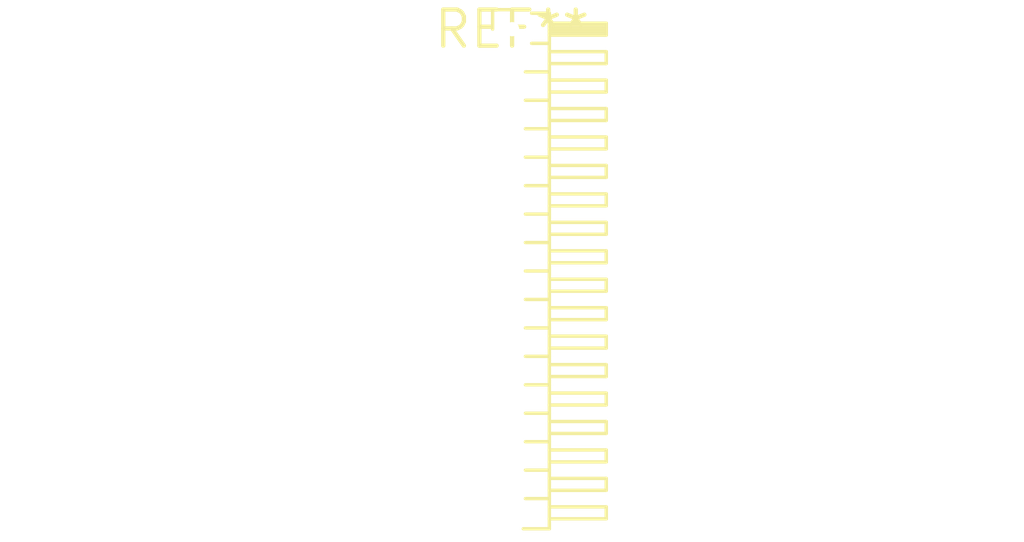
<source format=kicad_pcb>
(kicad_pcb (version 20240108) (generator pcbnew)
  (layers (0 "F.Cu" signal) (31 "B.Cu" signal) (34 "B.Paste" user) (35 "F.Paste" user) (36 "B.SilkS" user "B.Silkscreen") (37 "F.SilkS" user "F.Silkscreen") (38 "B.Mask" user) (39 "F.Mask" user) (44 "Edge.Cuts" user))
  (net 0 "")
  (footprint "PinHeader_1x18_P1.00mm_Horizontal" (layer "F.Cu") (at 0 0)
    (property "Reference" "REF**")
    (property "Value" "PinHeader_1x18_P1.00mm_Horizontal")
    (fp_line (start -0.685 -0.685) (end 0 -0.685) (layer "F.SilkS") (stroke (width 0.12)))
    (fp_line (start -0.685 0) (end -0.685 -0.685) (layer "F.SilkS") (stroke (width 0.12)))
    (fp_line (start 0.468215 1.5) (end 1.31 1.5) (layer "F.SilkS") (stroke (width 0.12)))
    (fp_line (start 0.468215 2.5) (end 1.31 2.5) (layer "F.SilkS") (stroke (width 0.12)))
    (fp_line (start 0.468215 3.5) (end 1.31 3.5) (layer "F.SilkS") (stroke (width 0.12)))
    (fp_line (start 0.468215 4.5) (end 1.31 4.5) (layer "F.SilkS") (stroke (width 0.12)))
    (fp_line (start 0.468215 5.5) (end 1.31 5.5) (layer "F.SilkS") (stroke (width 0.12)))
    (fp_line (start 0.468215 6.5) (end 1.31 6.5) (layer "F.SilkS") (stroke (width 0.12)))
    (fp_line (start 0.468215 7.5) (end 1.31 7.5) (layer "F.SilkS") (stroke (width 0.12)))
    (fp_line (start 0.468215 8.5) (end 1.31 8.5) (layer "F.SilkS") (stroke (width 0.12)))
    (fp_line (start 0.468215 9.5) (end 1.31 9.5) (layer "F.SilkS") (stroke (width 0.12)))
    (fp_line (start 0.468215 10.5) (end 1.31 10.5) (layer "F.SilkS") (stroke (width 0.12)))
    (fp_line (start 0.468215 11.5) (end 1.31 11.5) (layer "F.SilkS") (stroke (width 0.12)))
    (fp_line (start 0.468215 12.5) (end 1.31 12.5) (layer "F.SilkS") (stroke (width 0.12)))
    (fp_line (start 0.468215 13.5) (end 1.31 13.5) (layer "F.SilkS") (stroke (width 0.12)))
    (fp_line (start 0.468215 14.5) (end 1.31 14.5) (layer "F.SilkS") (stroke (width 0.12)))
    (fp_line (start 0.468215 15.5) (end 1.31 15.5) (layer "F.SilkS") (stroke (width 0.12)))
    (fp_line (start 0.468215 16.5) (end 1.31 16.5) (layer "F.SilkS") (stroke (width 0.12)))
    (fp_line (start 0.685 -0.56) (end 1.31 -0.56) (layer "F.SilkS") (stroke (width 0.12)))
    (fp_line (start 0.685 0.5) (end 1.31 0.5) (layer "F.SilkS") (stroke (width 0.12)))
    (fp_line (start 1.31 -0.56) (end 1.31 17.56) (layer "F.SilkS") (stroke (width 0.12)))
    (fp_line (start 1.31 -0.21) (end 3.31 -0.21) (layer "F.SilkS") (stroke (width 0.12)))
    (fp_line (start 1.31 -0.15) (end 3.31 -0.15) (layer "F.SilkS") (stroke (width 0.12)))
    (fp_line (start 1.31 -0.03) (end 3.31 -0.03) (layer "F.SilkS") (stroke (width 0.12)))
    (fp_line (start 1.31 0.09) (end 3.31 0.09) (layer "F.SilkS") (stroke (width 0.12)))
    (fp_line (start 1.31 0.79) (end 3.31 0.79) (layer "F.SilkS") (stroke (width 0.12)))
    (fp_line (start 1.31 1.79) (end 3.31 1.79) (layer "F.SilkS") (stroke (width 0.12)))
    (fp_line (start 1.31 2.79) (end 3.31 2.79) (layer "F.SilkS") (stroke (width 0.12)))
    (fp_line (start 1.31 3.79) (end 3.31 3.79) (layer "F.SilkS") (stroke (width 0.12)))
    (fp_line (start 1.31 4.79) (end 3.31 4.79) (layer "F.SilkS") (stroke (width 0.12)))
    (fp_line (start 1.31 5.79) (end 3.31 5.79) (layer "F.SilkS") (stroke (width 0.12)))
    (fp_line (start 1.31 6.79) (end 3.31 6.79) (layer "F.SilkS") (stroke (width 0.12)))
    (fp_line (start 1.31 7.79) (end 3.31 7.79) (layer "F.SilkS") (stroke (width 0.12)))
    (fp_line (start 1.31 8.79) (end 3.31 8.79) (layer "F.SilkS") (stroke (width 0.12)))
    (fp_line (start 1.31 9.79) (end 3.31 9.79) (layer "F.SilkS") (stroke (width 0.12)))
    (fp_line (start 1.31 10.79) (end 3.31 10.79) (layer "F.SilkS") (stroke (width 0.12)))
    (fp_line (start 1.31 11.79) (end 3.31 11.79) (layer "F.SilkS") (stroke (width 0.12)))
    (fp_line (start 1.31 12.79) (end 3.31 12.79) (layer "F.SilkS") (stroke (width 0.12)))
    (fp_line (start 1.31 13.79) (end 3.31 13.79) (layer "F.SilkS") (stroke (width 0.12)))
    (fp_line (start 1.31 14.79) (end 3.31 14.79) (layer "F.SilkS") (stroke (width 0.12)))
    (fp_line (start 1.31 15.79) (end 3.31 15.79) (layer "F.SilkS") (stroke (width 0.12)))
    (fp_line (start 1.31 16.79) (end 3.31 16.79) (layer "F.SilkS") (stroke (width 0.12)))
    (fp_line (start 1.31 17.56) (end 0.394493 17.56) (layer "F.SilkS") (stroke (width 0.12)))
    (fp_line (start 3.31 -0.21) (end 3.31 0.21) (layer "F.SilkS") (stroke (width 0.12)))
    (fp_line (start 3.31 0.21) (end 1.31 0.21) (layer "F.SilkS") (stroke (width 0.12)))
    (fp_line (start 3.31 0.79) (end 3.31 1.21) (layer "F.SilkS") (stroke (width 0.12)))
    (fp_line (start 3.31 1.21) (end 1.31 1.21) (layer "F.SilkS") (stroke (width 0.12)))
    (fp_line (start 3.31 1.79) (end 3.31 2.21) (layer "F.SilkS") (stroke (width 0.12)))
    (fp_line (start 3.31 2.21) (end 1.31 2.21) (layer "F.SilkS") (stroke (width 0.12)))
    (fp_line (start 3.31 2.79) (end 3.31 3.21) (layer "F.SilkS") (stroke (width 0.12)))
    (fp_line (start 3.31 3.21) (end 1.31 3.21) (layer "F.SilkS") (stroke (width 0.12)))
    (fp_line (start 3.31 3.79) (end 3.31 4.21) (layer "F.SilkS") (stroke (width 0.12)))
    (fp_line (start 3.31 4.21) (end 1.31 4.21) (layer "F.SilkS") (stroke (width 0.12)))
    (fp_line (start 3.31 4.79) (end 3.31 5.21) (layer "F.SilkS") (stroke (width 0.12)))
    (fp_line (start 3.31 5.21) (end 1.31 5.21) (layer "F.SilkS") (stroke (width 0.12)))
    (fp_line (start 3.31 5.79) (end 3.31 6.21) (layer "F.SilkS") (stroke (width 0.12)))
    (fp_line (start 3.31 6.21) (end 1.31 6.21) (layer "F.SilkS") (stroke (width 0.12)))
    (fp_line (start 3.31 6.79) (end 3.31 7.21) (layer "F.SilkS") (stroke (width 0.12)))
    (fp_line (start 3.31 7.21) (end 1.31 7.21) (layer "F.SilkS") (stroke (width 0.12)))
    (fp_line (start 3.31 7.79) (end 3.31 8.21) (layer "F.SilkS") (stroke (width 0.12)))
    (fp_line (start 3.31 8.21) (end 1.31 8.21) (layer "F.SilkS") (stroke (width 0.12)))
    (fp_line (start 3.31 8.79) (end 3.31 9.21) (layer "F.SilkS") (stroke (width 0.12)))
    (fp_line (start 3.31 9.21) (end 1.31 9.21) (layer "F.SilkS") (stroke (width 0.12)))
    (fp_line (start 3.31 9.79) (end 3.31 10.21) (layer "F.SilkS") (stroke (width 0.12)))
    (fp_line (start 3.31 10.21) (end 1.31 10.21) (layer "F.SilkS") (stroke (width 0.12)))
    (fp_line (start 3.31 10.79) (end 3.31 11.21) (layer "F.SilkS") (stroke (width 0.12)))
    (fp_line (start 3.31 11.21) (end 1.31 11.21) (layer "F.SilkS") (stroke (width 0.12)))
    (fp_line (start 3.31 11.79) (end 3.31 12.21) (layer "F.SilkS") (stroke (width 0.12)))
    (fp_line (start 3.31 12.21) (end 1.31 12.21) (layer "F.SilkS") (stroke (width 0.12)))
    (fp_line (start 3.31 12.79) (end 3.31 13.21) (layer "F.SilkS") (stroke (width 0.12)))
    (fp_line (start 3.31 13.21) (end 1.31 13.21) (layer "F.SilkS") (stroke (width 0.12)))
    (fp_line (start 3.31 13.79) (end 3.31 14.21) (layer "F.SilkS") (stroke (width 0.12)))
    (fp_line (start 3.31 14.21) (end 1.31 14.21) (layer "F.SilkS") (stroke (width 0.12)))
    (fp_line (start 3.31 14.79) (end 3.31 15.21) (layer "F.SilkS") (stroke (width 0.12)))
    (fp_line (start 3.31 15.21) (end 1.31 15.21) (layer "F.SilkS") (stroke (width 0.12)))
    (fp_line (start 3.31 15.79) (end 3.31 16.21) (layer "F.SilkS") (stroke (width 0.12)))
    (fp_line (start 3.31 16.21) (end 1.31 16.21) (layer "F.SilkS") (stroke (width 0.12)))
    (fp_line (start 3.31 16.79) (end 3.31 17.21) (layer "F.SilkS") (stroke (width 0.12)))
    (fp_line (start 3.31 17.21) (end 1.31 17.21) (layer "F.SilkS") (stroke (width 0.12)))
    (pad "1" thru_hole rect (at 0 0) (size 0.85 0.85) (drill 0.5) (layers *.Cu *.Mask) (remove_unused_layers))
    (pad "2" thru_hole oval (at 0 1) (size 0.85 0.85) (drill 0.5) (layers *.Cu *.Mask) (remove_unused_layers))
    (pad "3" thru_hole oval (at 0 2) (size 0.85 0.85) (drill 0.5) (layers *.Cu *.Mask) (remove_unused_layers))
    (pad "4" thru_hole oval (at 0 3) (size 0.85 0.85) (drill 0.5) (layers *.Cu *.Mask) (remove_unused_layers))
    (pad "5" thru_hole oval (at 0 4) (size 0.85 0.85) (drill 0.5) (layers *.Cu *.Mask) (remove_unused_layers))
    (pad "6" thru_hole oval (at 0 5) (size 0.85 0.85) (drill 0.5) (layers *.Cu *.Mask) (remove_unused_layers))
    (pad "7" thru_hole oval (at 0 6) (size 0.85 0.85) (drill 0.5) (layers *.Cu *.Mask) (remove_unused_layers))
    (pad "8" thru_hole oval (at 0 7) (size 0.85 0.85) (drill 0.5) (layers *.Cu *.Mask) (remove_unused_layers))
    (pad "9" thru_hole oval (at 0 8) (size 0.85 0.85) (drill 0.5) (layers *.Cu *.Mask) (remove_unused_layers))
    (pad "10" thru_hole oval (at 0 9) (size 0.85 0.85) (drill 0.5) (layers *.Cu *.Mask) (remove_unused_layers))
    (pad "11" thru_hole oval (at 0 10) (size 0.85 0.85) (drill 0.5) (layers *.Cu *.Mask) (remove_unused_layers))
    (pad "12" thru_hole oval (at 0 11) (size 0.85 0.85) (drill 0.5) (layers *.Cu *.Mask) (remove_unused_layers))
    (pad "13" thru_hole oval (at 0 12) (size 0.85 0.85) (drill 0.5) (layers *.Cu *.Mask) (remove_unused_layers))
    (pad "14" thru_hole oval (at 0 13) (size 0.85 0.85) (drill 0.5) (layers *.Cu *.Mask) (remove_unused_layers))
    (pad "15" thru_hole oval (at 0 14) (size 0.85 0.85) (drill 0.5) (layers *.Cu *.Mask) (remove_unused_layers))
    (pad "16" thru_hole oval (at 0 15) (size 0.85 0.85) (drill 0.5) (layers *.Cu *.Mask) (remove_unused_layers))
    (pad "17" thru_hole oval (at 0 16) (size 0.85 0.85) (drill 0.5) (layers *.Cu *.Mask) (remove_unused_layers))
    (pad "18" thru_hole oval (at 0 17) (size 0.85 0.85) (drill 0.5) (layers *.Cu *.Mask) (remove_unused_layers))
  )
)
</source>
